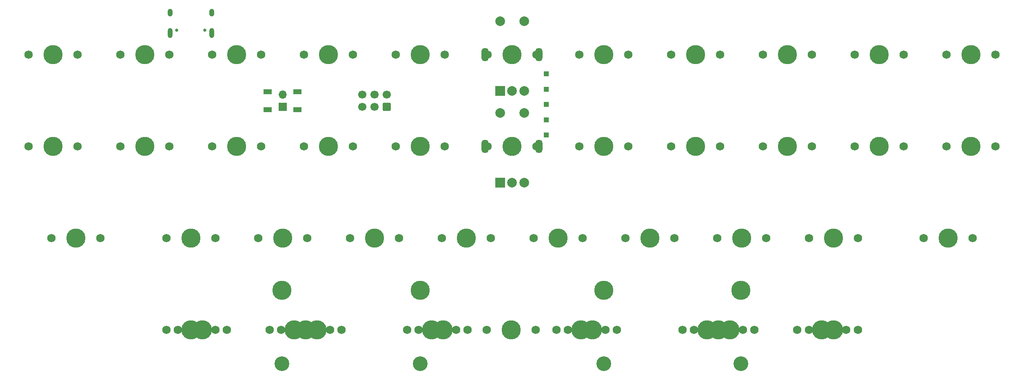
<source format=gts>
%TF.GenerationSoftware,KiCad,Pcbnew,(6.0.5)*%
%TF.CreationDate,2022-09-22T21:34:51-04:00*%
%TF.ProjectId,vault35_alpha-rounded,7661756c-7433-4355-9f61-6c7068612d72,rev?*%
%TF.SameCoordinates,Original*%
%TF.FileFunction,Soldermask,Top*%
%TF.FilePolarity,Negative*%
%FSLAX46Y46*%
G04 Gerber Fmt 4.6, Leading zero omitted, Abs format (unit mm)*
G04 Created by KiCad (PCBNEW (6.0.5)) date 2022-09-22 21:34:51*
%MOMM*%
%LPD*%
G01*
G04 APERTURE LIST*
G04 Aperture macros list*
%AMRoundRect*
0 Rectangle with rounded corners*
0 $1 Rounding radius*
0 $2 $3 $4 $5 $6 $7 $8 $9 X,Y pos of 4 corners*
0 Add a 4 corners polygon primitive as box body*
4,1,4,$2,$3,$4,$5,$6,$7,$8,$9,$2,$3,0*
0 Add four circle primitives for the rounded corners*
1,1,$1+$1,$2,$3*
1,1,$1+$1,$4,$5*
1,1,$1+$1,$6,$7*
1,1,$1+$1,$8,$9*
0 Add four rect primitives between the rounded corners*
20,1,$1+$1,$2,$3,$4,$5,0*
20,1,$1+$1,$4,$5,$6,$7,0*
20,1,$1+$1,$6,$7,$8,$9,0*
20,1,$1+$1,$8,$9,$2,$3,0*%
G04 Aperture macros list end*
%ADD10C,3.987800*%
%ADD11C,1.750000*%
%ADD12O,1.700000X1.700000*%
%ADD13R,1.700000X1.700000*%
%ADD14C,3.048000*%
%ADD15C,2.000000*%
%ADD16R,2.000000X2.000000*%
%ADD17O,1.500000X2.800000*%
%ADD18R,1.800000X1.100000*%
%ADD19R,1.000000X1.000000*%
%ADD20O,1.000000X2.100000*%
%ADD21O,1.000000X1.600000*%
%ADD22C,0.650000*%
%ADD23C,1.700000*%
%ADD24RoundRect,0.250000X0.600000X-0.600000X0.600000X0.600000X-0.600000X0.600000X-0.600000X-0.600000X0*%
G04 APERTURE END LIST*
D10*
%TO.C,K_SPACE4*%
X119062500Y-65881250D03*
D11*
X113982500Y-65881250D03*
X124142500Y-65881250D03*
%TD*%
D10*
%TO.C,K_SPACE17*%
X157162500Y-84931250D03*
D11*
X162242500Y-84931250D03*
X152082500Y-84931250D03*
%TD*%
D10*
%TO.C,K_SPACE30*%
X185737500Y-103981250D03*
D11*
X180657500Y-103981250D03*
X190817500Y-103981250D03*
%TD*%
D12*
%TO.C,SW5*%
X109537501Y-74136250D03*
D13*
X109537501Y-76676250D03*
%TD*%
D10*
%TO.C,K_SPACE28*%
X171450000Y-123031250D03*
D11*
X176530000Y-123031250D03*
X166370000Y-123031250D03*
%TD*%
%TO.C,K_SPACE37*%
X87788750Y-123031250D03*
X97948750Y-123031250D03*
D10*
X92868750Y-123031250D03*
%TD*%
%TO.C,K_SPACE9*%
X214312500Y-65881250D03*
D11*
X209232500Y-65881250D03*
X219392500Y-65881250D03*
%TD*%
%TO.C,K_SPACE21*%
X228282500Y-84931250D03*
D10*
X233362500Y-84931250D03*
D11*
X238442500Y-84931250D03*
%TD*%
%TO.C,K_SPACE33*%
X252730000Y-103981250D03*
D10*
X247650000Y-103981250D03*
D11*
X242570000Y-103981250D03*
%TD*%
%TO.C,K_SPACE41*%
X197326250Y-123031250D03*
X207486250Y-123031250D03*
D10*
X202406250Y-123031250D03*
%TD*%
%TO.C,K_SPACE40*%
X138112500Y-114776250D03*
D14*
X176212500Y-130016250D03*
D10*
X176212500Y-114776250D03*
D14*
X138112500Y-130016250D03*
%TD*%
D11*
%TO.C,K_SPACE15*%
X113982500Y-84931250D03*
D10*
X119062500Y-84931250D03*
D11*
X124142500Y-84931250D03*
%TD*%
D10*
%TO.C,K_SPACE44*%
X114300000Y-123031250D03*
D11*
X119380000Y-123031250D03*
X109220000Y-123031250D03*
%TD*%
D10*
%TO.C,K_SPACE10*%
X233362500Y-65881250D03*
D11*
X228282500Y-65881250D03*
X238442500Y-65881250D03*
%TD*%
%TO.C,K_SPACE34*%
X106838750Y-123031250D03*
D10*
X111918750Y-123031250D03*
D11*
X116998750Y-123031250D03*
%TD*%
%TO.C,K_SPACE2*%
X75882500Y-65881250D03*
X86042500Y-65881250D03*
D10*
X80962500Y-65881250D03*
%TD*%
D11*
%TO.C,K_SPACE36*%
X192563750Y-123031250D03*
X202723750Y-123031250D03*
D10*
X197643750Y-123031250D03*
%TD*%
D11*
%TO.C,K_SPACE47*%
X194945000Y-123031250D03*
D10*
X200025000Y-123031250D03*
D11*
X205105000Y-123031250D03*
%TD*%
D10*
%TO.C,K_SPACE14*%
X100012500Y-84931250D03*
D11*
X94932500Y-84931250D03*
X105092500Y-84931250D03*
%TD*%
%TO.C,K_SPACE32*%
X228917500Y-103981250D03*
X218757500Y-103981250D03*
D10*
X223837500Y-103981250D03*
%TD*%
D15*
%TO.C,SW2*%
X154662500Y-58874486D03*
X159662500Y-58874486D03*
X157162500Y-73374486D03*
X159662500Y-73374486D03*
D16*
X154662500Y-73374486D03*
D17*
X162762500Y-65874486D03*
X151562500Y-65837186D03*
%TD*%
D15*
%TO.C,SW3*%
X154662500Y-77928031D03*
X159662500Y-77928031D03*
X157162500Y-92428031D03*
X159662500Y-92428031D03*
D16*
X154662500Y-92428031D03*
D17*
X151562500Y-84890731D03*
X162762500Y-84928031D03*
%TD*%
D18*
%TO.C,SW6*%
X112637501Y-73556249D03*
X106437501Y-73556249D03*
X112637501Y-77256249D03*
X106437501Y-77256249D03*
%TD*%
D10*
%TO.C,K_SPACE45*%
X140493750Y-123031250D03*
D11*
X145573750Y-123031250D03*
X135413750Y-123031250D03*
%TD*%
D10*
%TO.C,K_SPACE26*%
X128587500Y-103981250D03*
D11*
X123507500Y-103981250D03*
X133667500Y-103981250D03*
%TD*%
D10*
%TO.C,K_SPACE25*%
X109537500Y-103981250D03*
D11*
X114617500Y-103981250D03*
X104457500Y-103981250D03*
%TD*%
%TO.C,K_SPACE8*%
X200342500Y-65881250D03*
D10*
X195262500Y-65881250D03*
D11*
X190182500Y-65881250D03*
%TD*%
D10*
%TO.C,K_SPACE46*%
X109378750Y-114776250D03*
D11*
X162083750Y-123031250D03*
D14*
X109378750Y-130016250D03*
D11*
X151923750Y-123031250D03*
D14*
X204628750Y-130016250D03*
D10*
X157003750Y-123031250D03*
X204628750Y-114776250D03*
%TD*%
%TO.C,K_SPACE43*%
X90487500Y-123031250D03*
D11*
X85407500Y-123031250D03*
X95567500Y-123031250D03*
%TD*%
D10*
%TO.C,K_SPACE20*%
X214312500Y-84931250D03*
D11*
X219392500Y-84931250D03*
X209232500Y-84931250D03*
%TD*%
%TO.C,K_SPACE48*%
X218757500Y-123031250D03*
X228917500Y-123031250D03*
D10*
X223837500Y-123031250D03*
%TD*%
D11*
%TO.C,K_SPACE38*%
X121761250Y-123031250D03*
X111601250Y-123031250D03*
D10*
X116681250Y-123031250D03*
%TD*%
D11*
%TO.C,K_SPACE11*%
X247332500Y-65881250D03*
X257492500Y-65881250D03*
D10*
X252412500Y-65881250D03*
%TD*%
D11*
%TO.C,K_SPACE19*%
X200342500Y-84931250D03*
X190182500Y-84931250D03*
D10*
X195262500Y-84931250D03*
%TD*%
D11*
%TO.C,K_SPACE39*%
X137795000Y-123031250D03*
D10*
X142875000Y-123031250D03*
D11*
X147955000Y-123031250D03*
%TD*%
%TO.C,K_SPACE23*%
X61595000Y-103981250D03*
D10*
X66675000Y-103981250D03*
D11*
X71755000Y-103981250D03*
%TD*%
D10*
%TO.C,K_SPACE16*%
X138112500Y-84931250D03*
D11*
X133032500Y-84931250D03*
X143192500Y-84931250D03*
%TD*%
%TO.C,K_SPACE12*%
X56832500Y-84931250D03*
D10*
X61912500Y-84931250D03*
D11*
X66992500Y-84931250D03*
%TD*%
D10*
%TO.C,K_SPACE22*%
X252412500Y-84931250D03*
D11*
X247332500Y-84931250D03*
X257492500Y-84931250D03*
%TD*%
%TO.C,K_SPACE42*%
X216376250Y-123031250D03*
X226536250Y-123031250D03*
D10*
X221456250Y-123031250D03*
%TD*%
D11*
%TO.C,K_SPACE3*%
X105092500Y-65881250D03*
D10*
X100012500Y-65881250D03*
D11*
X94932500Y-65881250D03*
%TD*%
%TO.C,K_SPACE7*%
X181292500Y-65881250D03*
X171132500Y-65881250D03*
D10*
X176212500Y-65881250D03*
%TD*%
D11*
%TO.C,K_SPACE6*%
X162242500Y-65881250D03*
D10*
X157162500Y-65881250D03*
D11*
X152082500Y-65881250D03*
%TD*%
%TO.C,K_SPACE29*%
X161607500Y-103981250D03*
D10*
X166687500Y-103981250D03*
D11*
X171767500Y-103981250D03*
%TD*%
D10*
%TO.C,K_SPACE5*%
X138112500Y-65881250D03*
D11*
X143192500Y-65881250D03*
X133032500Y-65881250D03*
%TD*%
%TO.C,K_SPACE35*%
X168751250Y-123031250D03*
X178911250Y-123031250D03*
D10*
X173831250Y-123031250D03*
%TD*%
D11*
%TO.C,K_SPACE27*%
X142557500Y-103981250D03*
D10*
X147637500Y-103981250D03*
D11*
X152717500Y-103981250D03*
%TD*%
%TO.C,K_SPACE24*%
X95567500Y-103981250D03*
X85407500Y-103981250D03*
D10*
X90487500Y-103981250D03*
%TD*%
D11*
%TO.C,K_SPACE18*%
X181292500Y-84931250D03*
D10*
X176212500Y-84931250D03*
D11*
X171132500Y-84931250D03*
%TD*%
%TO.C,K_SPACE31*%
X199707500Y-103981250D03*
X209867500Y-103981250D03*
D10*
X204787500Y-103981250D03*
%TD*%
D11*
%TO.C,K_SPACE1*%
X56832500Y-65881250D03*
D10*
X61912500Y-65881250D03*
D11*
X66992500Y-65881250D03*
%TD*%
%TO.C,K_SPACE13*%
X75882500Y-84931250D03*
X86042500Y-84931250D03*
D10*
X80962500Y-84931250D03*
%TD*%
D19*
%TO.C,TP1*%
X164306250Y-76200000D03*
%TD*%
%TO.C,TP4*%
X164306250Y-69850000D03*
%TD*%
%TO.C,TP2*%
X164306250Y-82550000D03*
%TD*%
%TO.C,TP3*%
X164306250Y-79375000D03*
%TD*%
%TO.C,TP5*%
X164306250Y-73025000D03*
%TD*%
D20*
%TO.C,USB1*%
X86167500Y-61328938D03*
D21*
X86167500Y-57148938D03*
D20*
X94807500Y-61328938D03*
D21*
X94807500Y-57148938D03*
D22*
X93377500Y-60798938D03*
X87597500Y-60798938D03*
%TD*%
D23*
%TO.C,J1*%
X126052500Y-74144856D03*
X126052500Y-76684856D03*
X128592500Y-74144856D03*
X128592500Y-76684856D03*
X131132500Y-74144856D03*
D24*
X131132500Y-76684856D03*
%TD*%
M02*

</source>
